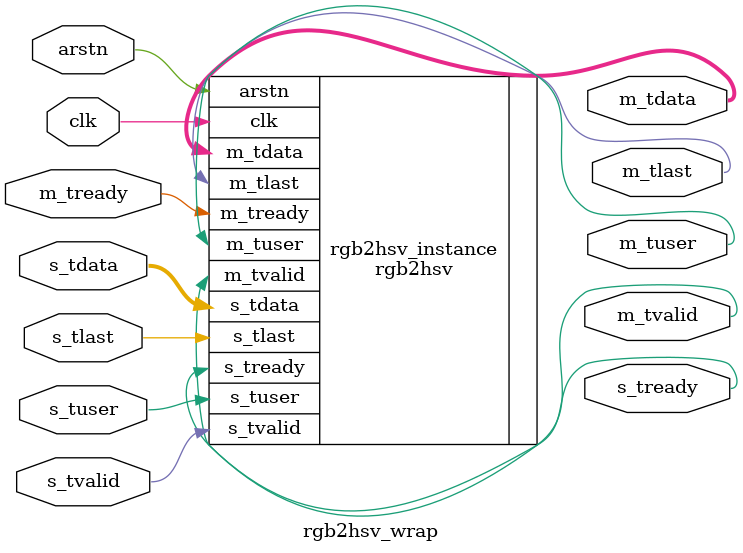
<source format=v>
module rgb2hsv_wrap(
    input                   clk,
    input                   arstn,
    input             [23:0]s_tdata,
    input                   s_tlast,
    output                  s_tready,
    input                   s_tuser,
    input                   s_tvalid,

    output            [23:0]m_tdata,
    output                  m_tlast,
    input                   m_tready,
    output                  m_tuser,
    output                  m_tvalid
);
    
    
rgb2hsv rgb2hsv_instance 
(
    .clk         (  clk     ),
    .arstn       (  arstn   ),    
    .s_tdata     (  s_tdata ),
    .s_tlast     (  s_tlast ),
    .s_tready    (  s_tready),
    .s_tuser     (  s_tuser ),
    .s_tvalid    (  s_tvalid),

    .m_tdata     (  m_tdata ),
    .m_tlast     (  m_tlast ),
    .m_tready    (  m_tready),
    .m_tuser     (  m_tuser ),
    .m_tvalid    (  m_tvalid)
);

endmodule

</source>
